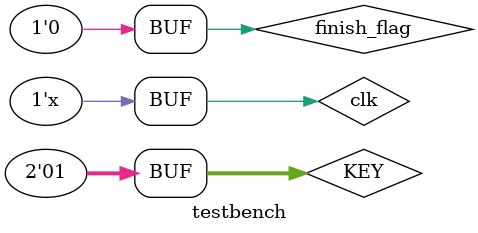
<source format=sv>
`timescale 1ns/1ps
module testbench();

	logic [1:0] KEY ;
	logic [7:0] LED;
	logic  clk;
	logic finish_flag;
	logic ins_irq0_irq;
	LT24_interface_irq dut (
		.avs_s0_address(),     //      avs_s0.address
		.avs_s0_read(),        //            .read
		.avs_s0_readdata(),    //            .readdata
		.avs_s0_write(),       //            .write
		.avs_s0_writedata(),   //            .writedata
		.avs_s0_waitrequest(), //            .waitrequest
		.clock_clk(clk),          //       clock.clk
		.reset_reset(KEY[1]),        //       reset.reset
		.ins_irq0_irq(ins_irq0_irq),       //    ins_irq0.irq
		.finish_flag(finish_flag),        // conduit_end.new_signal
		.counter(),            //            .new_signal_1
		.pattern()             //            .new_signal_2
	);
	
	always #10 clk = ~clk;
	
	initial
		begin
				clk = 1'b0;
				KEY = 2'b11;
				finish_flag = 1'b0;
				
				#45;
				
				KEY = 2'b01;
				
				#40
				KEY = 2'b01;
				
				#40 
				KEY = 2'b01;
				finish_flag = 1'b1;				#60;
				
			
				
				#40;
				
				KEY = 2'b11;
				
				#40 ; 
				
				KEY = 2'b10;
				
				#40;
				
				KEY = 2'b11;
				
				#40 ; 
				
				KEY = 2'b10;
				
				#40;
				
				KEY = 2'b11;
				
				#40 ; 
				
				KEY = 2'b10;
				
				#40;
				
				KEY = 2'b11;
				
				#40 ; 
				
				KEY = 2'b10;
				
				#40;
				
				KEY = 2'b11;
				
				#40 ; 
				
				KEY = 2'b01;
				#40;
				
				KEY = 2'b11;
				
				#40 ; 
				
				KEY = 2'b01;
				#40;
				
				KEY = 2'b11;
				
				#40 ; 
				
				KEY = 2'b01;

				#40;
				
				KEY = 2'b11;
				
				#40 ; 
				
				KEY = 2'b01;
				finish_flag = 1'b0;
								
		end
endmodule
</source>
